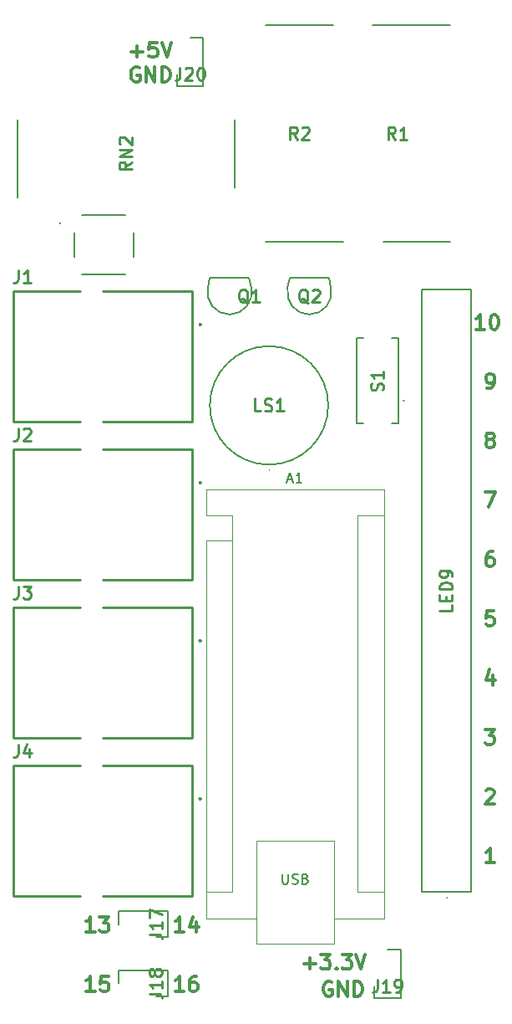
<source format=gbr>
%TF.GenerationSoftware,KiCad,Pcbnew,8.0.6*%
%TF.CreationDate,2025-03-26T20:42:54-04:00*%
%TF.ProjectId,buzzCatcher,62757a7a-4361-4746-9368-65722e6b6963,rev?*%
%TF.SameCoordinates,Original*%
%TF.FileFunction,Legend,Top*%
%TF.FilePolarity,Positive*%
%FSLAX46Y46*%
G04 Gerber Fmt 4.6, Leading zero omitted, Abs format (unit mm)*
G04 Created by KiCad (PCBNEW 8.0.6) date 2025-03-26 20:42:54*
%MOMM*%
%LPD*%
G01*
G04 APERTURE LIST*
%ADD10C,0.300000*%
%ADD11C,0.254000*%
%ADD12C,0.150000*%
%ADD13C,0.200000*%
%ADD14C,0.120000*%
%ADD15C,0.100000*%
G04 APERTURE END LIST*
D10*
X101911653Y-120300828D02*
X102840225Y-120300828D01*
X102840225Y-120300828D02*
X102340225Y-120872257D01*
X102340225Y-120872257D02*
X102554510Y-120872257D01*
X102554510Y-120872257D02*
X102697368Y-120943685D01*
X102697368Y-120943685D02*
X102768796Y-121015114D01*
X102768796Y-121015114D02*
X102840225Y-121157971D01*
X102840225Y-121157971D02*
X102840225Y-121515114D01*
X102840225Y-121515114D02*
X102768796Y-121657971D01*
X102768796Y-121657971D02*
X102697368Y-121729400D01*
X102697368Y-121729400D02*
X102554510Y-121800828D01*
X102554510Y-121800828D02*
X102125939Y-121800828D01*
X102125939Y-121800828D02*
X101983082Y-121729400D01*
X101983082Y-121729400D02*
X101911653Y-121657971D01*
X102840225Y-133800828D02*
X101983082Y-133800828D01*
X102411653Y-133800828D02*
X102411653Y-132300828D01*
X102411653Y-132300828D02*
X102268796Y-132515114D01*
X102268796Y-132515114D02*
X102125939Y-132657971D01*
X102125939Y-132657971D02*
X101983082Y-132729400D01*
X102125939Y-85800828D02*
X102411653Y-85800828D01*
X102411653Y-85800828D02*
X102554510Y-85729400D01*
X102554510Y-85729400D02*
X102625939Y-85657971D01*
X102625939Y-85657971D02*
X102768796Y-85443685D01*
X102768796Y-85443685D02*
X102840225Y-85157971D01*
X102840225Y-85157971D02*
X102840225Y-84586542D01*
X102840225Y-84586542D02*
X102768796Y-84443685D01*
X102768796Y-84443685D02*
X102697368Y-84372257D01*
X102697368Y-84372257D02*
X102554510Y-84300828D01*
X102554510Y-84300828D02*
X102268796Y-84300828D01*
X102268796Y-84300828D02*
X102125939Y-84372257D01*
X102125939Y-84372257D02*
X102054510Y-84443685D01*
X102054510Y-84443685D02*
X101983082Y-84586542D01*
X101983082Y-84586542D02*
X101983082Y-84943685D01*
X101983082Y-84943685D02*
X102054510Y-85086542D01*
X102054510Y-85086542D02*
X102125939Y-85157971D01*
X102125939Y-85157971D02*
X102268796Y-85229400D01*
X102268796Y-85229400D02*
X102554510Y-85229400D01*
X102554510Y-85229400D02*
X102697368Y-85157971D01*
X102697368Y-85157971D02*
X102768796Y-85086542D01*
X102768796Y-85086542D02*
X102840225Y-84943685D01*
X62340225Y-146800828D02*
X61483082Y-146800828D01*
X61911653Y-146800828D02*
X61911653Y-145300828D01*
X61911653Y-145300828D02*
X61768796Y-145515114D01*
X61768796Y-145515114D02*
X61625939Y-145657971D01*
X61625939Y-145657971D02*
X61483082Y-145729400D01*
X63697367Y-145300828D02*
X62983081Y-145300828D01*
X62983081Y-145300828D02*
X62911653Y-146015114D01*
X62911653Y-146015114D02*
X62983081Y-145943685D01*
X62983081Y-145943685D02*
X63125939Y-145872257D01*
X63125939Y-145872257D02*
X63483081Y-145872257D01*
X63483081Y-145872257D02*
X63625939Y-145943685D01*
X63625939Y-145943685D02*
X63697367Y-146015114D01*
X63697367Y-146015114D02*
X63768796Y-146157971D01*
X63768796Y-146157971D02*
X63768796Y-146515114D01*
X63768796Y-146515114D02*
X63697367Y-146657971D01*
X63697367Y-146657971D02*
X63625939Y-146729400D01*
X63625939Y-146729400D02*
X63483081Y-146800828D01*
X63483081Y-146800828D02*
X63125939Y-146800828D01*
X63125939Y-146800828D02*
X62983081Y-146729400D01*
X62983081Y-146729400D02*
X62911653Y-146657971D01*
X83554510Y-143979400D02*
X84697368Y-143979400D01*
X84125939Y-144550828D02*
X84125939Y-143407971D01*
X85268796Y-143050828D02*
X86197368Y-143050828D01*
X86197368Y-143050828D02*
X85697368Y-143622257D01*
X85697368Y-143622257D02*
X85911653Y-143622257D01*
X85911653Y-143622257D02*
X86054511Y-143693685D01*
X86054511Y-143693685D02*
X86125939Y-143765114D01*
X86125939Y-143765114D02*
X86197368Y-143907971D01*
X86197368Y-143907971D02*
X86197368Y-144265114D01*
X86197368Y-144265114D02*
X86125939Y-144407971D01*
X86125939Y-144407971D02*
X86054511Y-144479400D01*
X86054511Y-144479400D02*
X85911653Y-144550828D01*
X85911653Y-144550828D02*
X85483082Y-144550828D01*
X85483082Y-144550828D02*
X85340225Y-144479400D01*
X85340225Y-144479400D02*
X85268796Y-144407971D01*
X86840224Y-144407971D02*
X86911653Y-144479400D01*
X86911653Y-144479400D02*
X86840224Y-144550828D01*
X86840224Y-144550828D02*
X86768796Y-144479400D01*
X86768796Y-144479400D02*
X86840224Y-144407971D01*
X86840224Y-144407971D02*
X86840224Y-144550828D01*
X87411653Y-143050828D02*
X88340225Y-143050828D01*
X88340225Y-143050828D02*
X87840225Y-143622257D01*
X87840225Y-143622257D02*
X88054510Y-143622257D01*
X88054510Y-143622257D02*
X88197368Y-143693685D01*
X88197368Y-143693685D02*
X88268796Y-143765114D01*
X88268796Y-143765114D02*
X88340225Y-143907971D01*
X88340225Y-143907971D02*
X88340225Y-144265114D01*
X88340225Y-144265114D02*
X88268796Y-144407971D01*
X88268796Y-144407971D02*
X88197368Y-144479400D01*
X88197368Y-144479400D02*
X88054510Y-144550828D01*
X88054510Y-144550828D02*
X87625939Y-144550828D01*
X87625939Y-144550828D02*
X87483082Y-144479400D01*
X87483082Y-144479400D02*
X87411653Y-144407971D01*
X88768796Y-143050828D02*
X89268796Y-144550828D01*
X89268796Y-144550828D02*
X89768796Y-143050828D01*
X71340225Y-146800828D02*
X70483082Y-146800828D01*
X70911653Y-146800828D02*
X70911653Y-145300828D01*
X70911653Y-145300828D02*
X70768796Y-145515114D01*
X70768796Y-145515114D02*
X70625939Y-145657971D01*
X70625939Y-145657971D02*
X70483082Y-145729400D01*
X72625939Y-145300828D02*
X72340224Y-145300828D01*
X72340224Y-145300828D02*
X72197367Y-145372257D01*
X72197367Y-145372257D02*
X72125939Y-145443685D01*
X72125939Y-145443685D02*
X71983081Y-145657971D01*
X71983081Y-145657971D02*
X71911653Y-145943685D01*
X71911653Y-145943685D02*
X71911653Y-146515114D01*
X71911653Y-146515114D02*
X71983081Y-146657971D01*
X71983081Y-146657971D02*
X72054510Y-146729400D01*
X72054510Y-146729400D02*
X72197367Y-146800828D01*
X72197367Y-146800828D02*
X72483081Y-146800828D01*
X72483081Y-146800828D02*
X72625939Y-146729400D01*
X72625939Y-146729400D02*
X72697367Y-146657971D01*
X72697367Y-146657971D02*
X72768796Y-146515114D01*
X72768796Y-146515114D02*
X72768796Y-146157971D01*
X72768796Y-146157971D02*
X72697367Y-146015114D01*
X72697367Y-146015114D02*
X72625939Y-145943685D01*
X72625939Y-145943685D02*
X72483081Y-145872257D01*
X72483081Y-145872257D02*
X72197367Y-145872257D01*
X72197367Y-145872257D02*
X72054510Y-145943685D01*
X72054510Y-145943685D02*
X71983081Y-146015114D01*
X71983081Y-146015114D02*
X71911653Y-146157971D01*
X86340225Y-145872257D02*
X86197368Y-145800828D01*
X86197368Y-145800828D02*
X85983082Y-145800828D01*
X85983082Y-145800828D02*
X85768796Y-145872257D01*
X85768796Y-145872257D02*
X85625939Y-146015114D01*
X85625939Y-146015114D02*
X85554510Y-146157971D01*
X85554510Y-146157971D02*
X85483082Y-146443685D01*
X85483082Y-146443685D02*
X85483082Y-146657971D01*
X85483082Y-146657971D02*
X85554510Y-146943685D01*
X85554510Y-146943685D02*
X85625939Y-147086542D01*
X85625939Y-147086542D02*
X85768796Y-147229400D01*
X85768796Y-147229400D02*
X85983082Y-147300828D01*
X85983082Y-147300828D02*
X86125939Y-147300828D01*
X86125939Y-147300828D02*
X86340225Y-147229400D01*
X86340225Y-147229400D02*
X86411653Y-147157971D01*
X86411653Y-147157971D02*
X86411653Y-146657971D01*
X86411653Y-146657971D02*
X86125939Y-146657971D01*
X87054510Y-147300828D02*
X87054510Y-145800828D01*
X87054510Y-145800828D02*
X87911653Y-147300828D01*
X87911653Y-147300828D02*
X87911653Y-145800828D01*
X88625939Y-147300828D02*
X88625939Y-145800828D01*
X88625939Y-145800828D02*
X88983082Y-145800828D01*
X88983082Y-145800828D02*
X89197368Y-145872257D01*
X89197368Y-145872257D02*
X89340225Y-146015114D01*
X89340225Y-146015114D02*
X89411654Y-146157971D01*
X89411654Y-146157971D02*
X89483082Y-146443685D01*
X89483082Y-146443685D02*
X89483082Y-146657971D01*
X89483082Y-146657971D02*
X89411654Y-146943685D01*
X89411654Y-146943685D02*
X89340225Y-147086542D01*
X89340225Y-147086542D02*
X89197368Y-147229400D01*
X89197368Y-147229400D02*
X88983082Y-147300828D01*
X88983082Y-147300828D02*
X88625939Y-147300828D01*
X101911653Y-96300828D02*
X102911653Y-96300828D01*
X102911653Y-96300828D02*
X102268796Y-97800828D01*
X102697368Y-102300828D02*
X102411653Y-102300828D01*
X102411653Y-102300828D02*
X102268796Y-102372257D01*
X102268796Y-102372257D02*
X102197368Y-102443685D01*
X102197368Y-102443685D02*
X102054510Y-102657971D01*
X102054510Y-102657971D02*
X101983082Y-102943685D01*
X101983082Y-102943685D02*
X101983082Y-103515114D01*
X101983082Y-103515114D02*
X102054510Y-103657971D01*
X102054510Y-103657971D02*
X102125939Y-103729400D01*
X102125939Y-103729400D02*
X102268796Y-103800828D01*
X102268796Y-103800828D02*
X102554510Y-103800828D01*
X102554510Y-103800828D02*
X102697368Y-103729400D01*
X102697368Y-103729400D02*
X102768796Y-103657971D01*
X102768796Y-103657971D02*
X102840225Y-103515114D01*
X102840225Y-103515114D02*
X102840225Y-103157971D01*
X102840225Y-103157971D02*
X102768796Y-103015114D01*
X102768796Y-103015114D02*
X102697368Y-102943685D01*
X102697368Y-102943685D02*
X102554510Y-102872257D01*
X102554510Y-102872257D02*
X102268796Y-102872257D01*
X102268796Y-102872257D02*
X102125939Y-102943685D01*
X102125939Y-102943685D02*
X102054510Y-103015114D01*
X102054510Y-103015114D02*
X101983082Y-103157971D01*
X62340225Y-140800828D02*
X61483082Y-140800828D01*
X61911653Y-140800828D02*
X61911653Y-139300828D01*
X61911653Y-139300828D02*
X61768796Y-139515114D01*
X61768796Y-139515114D02*
X61625939Y-139657971D01*
X61625939Y-139657971D02*
X61483082Y-139729400D01*
X62840224Y-139300828D02*
X63768796Y-139300828D01*
X63768796Y-139300828D02*
X63268796Y-139872257D01*
X63268796Y-139872257D02*
X63483081Y-139872257D01*
X63483081Y-139872257D02*
X63625939Y-139943685D01*
X63625939Y-139943685D02*
X63697367Y-140015114D01*
X63697367Y-140015114D02*
X63768796Y-140157971D01*
X63768796Y-140157971D02*
X63768796Y-140515114D01*
X63768796Y-140515114D02*
X63697367Y-140657971D01*
X63697367Y-140657971D02*
X63625939Y-140729400D01*
X63625939Y-140729400D02*
X63483081Y-140800828D01*
X63483081Y-140800828D02*
X63054510Y-140800828D01*
X63054510Y-140800828D02*
X62911653Y-140729400D01*
X62911653Y-140729400D02*
X62840224Y-140657971D01*
X101983082Y-126443685D02*
X102054510Y-126372257D01*
X102054510Y-126372257D02*
X102197368Y-126300828D01*
X102197368Y-126300828D02*
X102554510Y-126300828D01*
X102554510Y-126300828D02*
X102697368Y-126372257D01*
X102697368Y-126372257D02*
X102768796Y-126443685D01*
X102768796Y-126443685D02*
X102840225Y-126586542D01*
X102840225Y-126586542D02*
X102840225Y-126729400D01*
X102840225Y-126729400D02*
X102768796Y-126943685D01*
X102768796Y-126943685D02*
X101911653Y-127800828D01*
X101911653Y-127800828D02*
X102840225Y-127800828D01*
X102697368Y-114800828D02*
X102697368Y-115800828D01*
X102340225Y-114229400D02*
X101983082Y-115300828D01*
X101983082Y-115300828D02*
X102911653Y-115300828D01*
X66054512Y-51689396D02*
X67197370Y-51689396D01*
X66625941Y-52260824D02*
X66625941Y-51117967D01*
X68625941Y-50760824D02*
X67911655Y-50760824D01*
X67911655Y-50760824D02*
X67840227Y-51475110D01*
X67840227Y-51475110D02*
X67911655Y-51403681D01*
X67911655Y-51403681D02*
X68054513Y-51332253D01*
X68054513Y-51332253D02*
X68411655Y-51332253D01*
X68411655Y-51332253D02*
X68554513Y-51403681D01*
X68554513Y-51403681D02*
X68625941Y-51475110D01*
X68625941Y-51475110D02*
X68697370Y-51617967D01*
X68697370Y-51617967D02*
X68697370Y-51975110D01*
X68697370Y-51975110D02*
X68625941Y-52117967D01*
X68625941Y-52117967D02*
X68554513Y-52189396D01*
X68554513Y-52189396D02*
X68411655Y-52260824D01*
X68411655Y-52260824D02*
X68054513Y-52260824D01*
X68054513Y-52260824D02*
X67911655Y-52189396D01*
X67911655Y-52189396D02*
X67840227Y-52117967D01*
X69125941Y-50760824D02*
X69625941Y-52260824D01*
X69625941Y-52260824D02*
X70125941Y-50760824D01*
X102768796Y-108300828D02*
X102054510Y-108300828D01*
X102054510Y-108300828D02*
X101983082Y-109015114D01*
X101983082Y-109015114D02*
X102054510Y-108943685D01*
X102054510Y-108943685D02*
X102197368Y-108872257D01*
X102197368Y-108872257D02*
X102554510Y-108872257D01*
X102554510Y-108872257D02*
X102697368Y-108943685D01*
X102697368Y-108943685D02*
X102768796Y-109015114D01*
X102768796Y-109015114D02*
X102840225Y-109157971D01*
X102840225Y-109157971D02*
X102840225Y-109515114D01*
X102840225Y-109515114D02*
X102768796Y-109657971D01*
X102768796Y-109657971D02*
X102697368Y-109729400D01*
X102697368Y-109729400D02*
X102554510Y-109800828D01*
X102554510Y-109800828D02*
X102197368Y-109800828D01*
X102197368Y-109800828D02*
X102054510Y-109729400D01*
X102054510Y-109729400D02*
X101983082Y-109657971D01*
X101840225Y-79800828D02*
X100983082Y-79800828D01*
X101411653Y-79800828D02*
X101411653Y-78300828D01*
X101411653Y-78300828D02*
X101268796Y-78515114D01*
X101268796Y-78515114D02*
X101125939Y-78657971D01*
X101125939Y-78657971D02*
X100983082Y-78729400D01*
X102768796Y-78300828D02*
X102911653Y-78300828D01*
X102911653Y-78300828D02*
X103054510Y-78372257D01*
X103054510Y-78372257D02*
X103125939Y-78443685D01*
X103125939Y-78443685D02*
X103197367Y-78586542D01*
X103197367Y-78586542D02*
X103268796Y-78872257D01*
X103268796Y-78872257D02*
X103268796Y-79229400D01*
X103268796Y-79229400D02*
X103197367Y-79515114D01*
X103197367Y-79515114D02*
X103125939Y-79657971D01*
X103125939Y-79657971D02*
X103054510Y-79729400D01*
X103054510Y-79729400D02*
X102911653Y-79800828D01*
X102911653Y-79800828D02*
X102768796Y-79800828D01*
X102768796Y-79800828D02*
X102625939Y-79729400D01*
X102625939Y-79729400D02*
X102554510Y-79657971D01*
X102554510Y-79657971D02*
X102483081Y-79515114D01*
X102483081Y-79515114D02*
X102411653Y-79229400D01*
X102411653Y-79229400D02*
X102411653Y-78872257D01*
X102411653Y-78872257D02*
X102483081Y-78586542D01*
X102483081Y-78586542D02*
X102554510Y-78443685D01*
X102554510Y-78443685D02*
X102625939Y-78372257D01*
X102625939Y-78372257D02*
X102768796Y-78300828D01*
X66840227Y-53332253D02*
X66697370Y-53260824D01*
X66697370Y-53260824D02*
X66483084Y-53260824D01*
X66483084Y-53260824D02*
X66268798Y-53332253D01*
X66268798Y-53332253D02*
X66125941Y-53475110D01*
X66125941Y-53475110D02*
X66054512Y-53617967D01*
X66054512Y-53617967D02*
X65983084Y-53903681D01*
X65983084Y-53903681D02*
X65983084Y-54117967D01*
X65983084Y-54117967D02*
X66054512Y-54403681D01*
X66054512Y-54403681D02*
X66125941Y-54546538D01*
X66125941Y-54546538D02*
X66268798Y-54689396D01*
X66268798Y-54689396D02*
X66483084Y-54760824D01*
X66483084Y-54760824D02*
X66625941Y-54760824D01*
X66625941Y-54760824D02*
X66840227Y-54689396D01*
X66840227Y-54689396D02*
X66911655Y-54617967D01*
X66911655Y-54617967D02*
X66911655Y-54117967D01*
X66911655Y-54117967D02*
X66625941Y-54117967D01*
X67554512Y-54760824D02*
X67554512Y-53260824D01*
X67554512Y-53260824D02*
X68411655Y-54760824D01*
X68411655Y-54760824D02*
X68411655Y-53260824D01*
X69125941Y-54760824D02*
X69125941Y-53260824D01*
X69125941Y-53260824D02*
X69483084Y-53260824D01*
X69483084Y-53260824D02*
X69697370Y-53332253D01*
X69697370Y-53332253D02*
X69840227Y-53475110D01*
X69840227Y-53475110D02*
X69911656Y-53617967D01*
X69911656Y-53617967D02*
X69983084Y-53903681D01*
X69983084Y-53903681D02*
X69983084Y-54117967D01*
X69983084Y-54117967D02*
X69911656Y-54403681D01*
X69911656Y-54403681D02*
X69840227Y-54546538D01*
X69840227Y-54546538D02*
X69697370Y-54689396D01*
X69697370Y-54689396D02*
X69483084Y-54760824D01*
X69483084Y-54760824D02*
X69125941Y-54760824D01*
X102268796Y-90943685D02*
X102125939Y-90872257D01*
X102125939Y-90872257D02*
X102054510Y-90800828D01*
X102054510Y-90800828D02*
X101983082Y-90657971D01*
X101983082Y-90657971D02*
X101983082Y-90586542D01*
X101983082Y-90586542D02*
X102054510Y-90443685D01*
X102054510Y-90443685D02*
X102125939Y-90372257D01*
X102125939Y-90372257D02*
X102268796Y-90300828D01*
X102268796Y-90300828D02*
X102554510Y-90300828D01*
X102554510Y-90300828D02*
X102697368Y-90372257D01*
X102697368Y-90372257D02*
X102768796Y-90443685D01*
X102768796Y-90443685D02*
X102840225Y-90586542D01*
X102840225Y-90586542D02*
X102840225Y-90657971D01*
X102840225Y-90657971D02*
X102768796Y-90800828D01*
X102768796Y-90800828D02*
X102697368Y-90872257D01*
X102697368Y-90872257D02*
X102554510Y-90943685D01*
X102554510Y-90943685D02*
X102268796Y-90943685D01*
X102268796Y-90943685D02*
X102125939Y-91015114D01*
X102125939Y-91015114D02*
X102054510Y-91086542D01*
X102054510Y-91086542D02*
X101983082Y-91229400D01*
X101983082Y-91229400D02*
X101983082Y-91515114D01*
X101983082Y-91515114D02*
X102054510Y-91657971D01*
X102054510Y-91657971D02*
X102125939Y-91729400D01*
X102125939Y-91729400D02*
X102268796Y-91800828D01*
X102268796Y-91800828D02*
X102554510Y-91800828D01*
X102554510Y-91800828D02*
X102697368Y-91729400D01*
X102697368Y-91729400D02*
X102768796Y-91657971D01*
X102768796Y-91657971D02*
X102840225Y-91515114D01*
X102840225Y-91515114D02*
X102840225Y-91229400D01*
X102840225Y-91229400D02*
X102768796Y-91086542D01*
X102768796Y-91086542D02*
X102697368Y-91015114D01*
X102697368Y-91015114D02*
X102554510Y-90943685D01*
X71340225Y-140800828D02*
X70483082Y-140800828D01*
X70911653Y-140800828D02*
X70911653Y-139300828D01*
X70911653Y-139300828D02*
X70768796Y-139515114D01*
X70768796Y-139515114D02*
X70625939Y-139657971D01*
X70625939Y-139657971D02*
X70483082Y-139729400D01*
X72625939Y-139800828D02*
X72625939Y-140800828D01*
X72268796Y-139229400D02*
X71911653Y-140300828D01*
X71911653Y-140300828D02*
X72840224Y-140300828D01*
D11*
X54576667Y-73804318D02*
X54576667Y-74711461D01*
X54576667Y-74711461D02*
X54516190Y-74892889D01*
X54516190Y-74892889D02*
X54395238Y-75013842D01*
X54395238Y-75013842D02*
X54213809Y-75074318D01*
X54213809Y-75074318D02*
X54092857Y-75074318D01*
X55846667Y-75074318D02*
X55120952Y-75074318D01*
X55483809Y-75074318D02*
X55483809Y-73804318D01*
X55483809Y-73804318D02*
X55362857Y-73985746D01*
X55362857Y-73985746D02*
X55241905Y-74106699D01*
X55241905Y-74106699D02*
X55120952Y-74167175D01*
X77879046Y-77153269D02*
X77758094Y-77092793D01*
X77758094Y-77092793D02*
X77637141Y-76971841D01*
X77637141Y-76971841D02*
X77455713Y-76790412D01*
X77455713Y-76790412D02*
X77334760Y-76729936D01*
X77334760Y-76729936D02*
X77213808Y-76729936D01*
X77274284Y-77032317D02*
X77153332Y-76971841D01*
X77153332Y-76971841D02*
X77032379Y-76850888D01*
X77032379Y-76850888D02*
X76971903Y-76608983D01*
X76971903Y-76608983D02*
X76971903Y-76185650D01*
X76971903Y-76185650D02*
X77032379Y-75943745D01*
X77032379Y-75943745D02*
X77153332Y-75822793D01*
X77153332Y-75822793D02*
X77274284Y-75762317D01*
X77274284Y-75762317D02*
X77516189Y-75762317D01*
X77516189Y-75762317D02*
X77637141Y-75822793D01*
X77637141Y-75822793D02*
X77758094Y-75943745D01*
X77758094Y-75943745D02*
X77818570Y-76185650D01*
X77818570Y-76185650D02*
X77818570Y-76608983D01*
X77818570Y-76608983D02*
X77758094Y-76850888D01*
X77758094Y-76850888D02*
X77637141Y-76971841D01*
X77637141Y-76971841D02*
X77516189Y-77032317D01*
X77516189Y-77032317D02*
X77274284Y-77032317D01*
X79028094Y-77032317D02*
X78302379Y-77032317D01*
X78665236Y-77032317D02*
X78665236Y-75762317D01*
X78665236Y-75762317D02*
X78544284Y-75943745D01*
X78544284Y-75943745D02*
X78423332Y-76064698D01*
X78423332Y-76064698D02*
X78302379Y-76125174D01*
X83966714Y-77153269D02*
X83845762Y-77092793D01*
X83845762Y-77092793D02*
X83724809Y-76971841D01*
X83724809Y-76971841D02*
X83543381Y-76790412D01*
X83543381Y-76790412D02*
X83422428Y-76729936D01*
X83422428Y-76729936D02*
X83301476Y-76729936D01*
X83361952Y-77032317D02*
X83241000Y-76971841D01*
X83241000Y-76971841D02*
X83120047Y-76850888D01*
X83120047Y-76850888D02*
X83059571Y-76608983D01*
X83059571Y-76608983D02*
X83059571Y-76185650D01*
X83059571Y-76185650D02*
X83120047Y-75943745D01*
X83120047Y-75943745D02*
X83241000Y-75822793D01*
X83241000Y-75822793D02*
X83361952Y-75762317D01*
X83361952Y-75762317D02*
X83603857Y-75762317D01*
X83603857Y-75762317D02*
X83724809Y-75822793D01*
X83724809Y-75822793D02*
X83845762Y-75943745D01*
X83845762Y-75943745D02*
X83906238Y-76185650D01*
X83906238Y-76185650D02*
X83906238Y-76608983D01*
X83906238Y-76608983D02*
X83845762Y-76850888D01*
X83845762Y-76850888D02*
X83724809Y-76971841D01*
X83724809Y-76971841D02*
X83603857Y-77032317D01*
X83603857Y-77032317D02*
X83361952Y-77032317D01*
X84390047Y-75883269D02*
X84450523Y-75822793D01*
X84450523Y-75822793D02*
X84571476Y-75762317D01*
X84571476Y-75762317D02*
X84873857Y-75762317D01*
X84873857Y-75762317D02*
X84994809Y-75822793D01*
X84994809Y-75822793D02*
X85055285Y-75883269D01*
X85055285Y-75883269D02*
X85115762Y-76004221D01*
X85115762Y-76004221D02*
X85115762Y-76125174D01*
X85115762Y-76125174D02*
X85055285Y-76306602D01*
X85055285Y-76306602D02*
X84329571Y-77032317D01*
X84329571Y-77032317D02*
X85115762Y-77032317D01*
X90971903Y-145594322D02*
X90971903Y-146501465D01*
X90971903Y-146501465D02*
X90911426Y-146682893D01*
X90911426Y-146682893D02*
X90790474Y-146803846D01*
X90790474Y-146803846D02*
X90609045Y-146864322D01*
X90609045Y-146864322D02*
X90488093Y-146864322D01*
X92241903Y-146864322D02*
X91516188Y-146864322D01*
X91879045Y-146864322D02*
X91879045Y-145594322D01*
X91879045Y-145594322D02*
X91758093Y-145775750D01*
X91758093Y-145775750D02*
X91637141Y-145896703D01*
X91637141Y-145896703D02*
X91516188Y-145957179D01*
X92846665Y-146864322D02*
X93088569Y-146864322D01*
X93088569Y-146864322D02*
X93209522Y-146803846D01*
X93209522Y-146803846D02*
X93269998Y-146743369D01*
X93269998Y-146743369D02*
X93390950Y-146561941D01*
X93390950Y-146561941D02*
X93451427Y-146320036D01*
X93451427Y-146320036D02*
X93451427Y-145836226D01*
X93451427Y-145836226D02*
X93390950Y-145715274D01*
X93390950Y-145715274D02*
X93330474Y-145654798D01*
X93330474Y-145654798D02*
X93209522Y-145594322D01*
X93209522Y-145594322D02*
X92967617Y-145594322D01*
X92967617Y-145594322D02*
X92846665Y-145654798D01*
X92846665Y-145654798D02*
X92786188Y-145715274D01*
X92786188Y-145715274D02*
X92725712Y-145836226D01*
X92725712Y-145836226D02*
X92725712Y-146138607D01*
X92725712Y-146138607D02*
X92786188Y-146259560D01*
X92786188Y-146259560D02*
X92846665Y-146320036D01*
X92846665Y-146320036D02*
X92967617Y-146380512D01*
X92967617Y-146380512D02*
X93209522Y-146380512D01*
X93209522Y-146380512D02*
X93330474Y-146320036D01*
X93330474Y-146320036D02*
X93390950Y-146259560D01*
X93390950Y-146259560D02*
X93451427Y-146138607D01*
D12*
X81905714Y-95009104D02*
X82381904Y-95009104D01*
X81810476Y-95294819D02*
X82143809Y-94294819D01*
X82143809Y-94294819D02*
X82477142Y-95294819D01*
X83334285Y-95294819D02*
X82762857Y-95294819D01*
X83048571Y-95294819D02*
X83048571Y-94294819D01*
X83048571Y-94294819D02*
X82953333Y-94437676D01*
X82953333Y-94437676D02*
X82858095Y-94532914D01*
X82858095Y-94532914D02*
X82762857Y-94580533D01*
X81358095Y-134934819D02*
X81358095Y-135744342D01*
X81358095Y-135744342D02*
X81405714Y-135839580D01*
X81405714Y-135839580D02*
X81453333Y-135887200D01*
X81453333Y-135887200D02*
X81548571Y-135934819D01*
X81548571Y-135934819D02*
X81739047Y-135934819D01*
X81739047Y-135934819D02*
X81834285Y-135887200D01*
X81834285Y-135887200D02*
X81881904Y-135839580D01*
X81881904Y-135839580D02*
X81929523Y-135744342D01*
X81929523Y-135744342D02*
X81929523Y-134934819D01*
X82358095Y-135887200D02*
X82500952Y-135934819D01*
X82500952Y-135934819D02*
X82739047Y-135934819D01*
X82739047Y-135934819D02*
X82834285Y-135887200D01*
X82834285Y-135887200D02*
X82881904Y-135839580D01*
X82881904Y-135839580D02*
X82929523Y-135744342D01*
X82929523Y-135744342D02*
X82929523Y-135649104D01*
X82929523Y-135649104D02*
X82881904Y-135553866D01*
X82881904Y-135553866D02*
X82834285Y-135506247D01*
X82834285Y-135506247D02*
X82739047Y-135458628D01*
X82739047Y-135458628D02*
X82548571Y-135411009D01*
X82548571Y-135411009D02*
X82453333Y-135363390D01*
X82453333Y-135363390D02*
X82405714Y-135315771D01*
X82405714Y-135315771D02*
X82358095Y-135220533D01*
X82358095Y-135220533D02*
X82358095Y-135125295D01*
X82358095Y-135125295D02*
X82405714Y-135030057D01*
X82405714Y-135030057D02*
X82453333Y-134982438D01*
X82453333Y-134982438D02*
X82548571Y-134934819D01*
X82548571Y-134934819D02*
X82786666Y-134934819D01*
X82786666Y-134934819D02*
X82929523Y-134982438D01*
X83691428Y-135411009D02*
X83834285Y-135458628D01*
X83834285Y-135458628D02*
X83881904Y-135506247D01*
X83881904Y-135506247D02*
X83929523Y-135601485D01*
X83929523Y-135601485D02*
X83929523Y-135744342D01*
X83929523Y-135744342D02*
X83881904Y-135839580D01*
X83881904Y-135839580D02*
X83834285Y-135887200D01*
X83834285Y-135887200D02*
X83739047Y-135934819D01*
X83739047Y-135934819D02*
X83358095Y-135934819D01*
X83358095Y-135934819D02*
X83358095Y-134934819D01*
X83358095Y-134934819D02*
X83691428Y-134934819D01*
X83691428Y-134934819D02*
X83786666Y-134982438D01*
X83786666Y-134982438D02*
X83834285Y-135030057D01*
X83834285Y-135030057D02*
X83881904Y-135125295D01*
X83881904Y-135125295D02*
X83881904Y-135220533D01*
X83881904Y-135220533D02*
X83834285Y-135315771D01*
X83834285Y-135315771D02*
X83786666Y-135363390D01*
X83786666Y-135363390D02*
X83691428Y-135411009D01*
X83691428Y-135411009D02*
X83358095Y-135411009D01*
D11*
X92788333Y-60574318D02*
X92364999Y-59969556D01*
X92062618Y-60574318D02*
X92062618Y-59304318D01*
X92062618Y-59304318D02*
X92546428Y-59304318D01*
X92546428Y-59304318D02*
X92667380Y-59364794D01*
X92667380Y-59364794D02*
X92727857Y-59425270D01*
X92727857Y-59425270D02*
X92788333Y-59546222D01*
X92788333Y-59546222D02*
X92788333Y-59727651D01*
X92788333Y-59727651D02*
X92727857Y-59848603D01*
X92727857Y-59848603D02*
X92667380Y-59909080D01*
X92667380Y-59909080D02*
X92546428Y-59969556D01*
X92546428Y-59969556D02*
X92062618Y-59969556D01*
X93997857Y-60574318D02*
X93272142Y-60574318D01*
X93634999Y-60574318D02*
X93634999Y-59304318D01*
X93634999Y-59304318D02*
X93514047Y-59485746D01*
X93514047Y-59485746D02*
X93393095Y-59606699D01*
X93393095Y-59606699D02*
X93272142Y-59667175D01*
X66074318Y-62876904D02*
X65469556Y-63300238D01*
X66074318Y-63602619D02*
X64804318Y-63602619D01*
X64804318Y-63602619D02*
X64804318Y-63118809D01*
X64804318Y-63118809D02*
X64864794Y-62997857D01*
X64864794Y-62997857D02*
X64925270Y-62937380D01*
X64925270Y-62937380D02*
X65046222Y-62876904D01*
X65046222Y-62876904D02*
X65227651Y-62876904D01*
X65227651Y-62876904D02*
X65348603Y-62937380D01*
X65348603Y-62937380D02*
X65409080Y-62997857D01*
X65409080Y-62997857D02*
X65469556Y-63118809D01*
X65469556Y-63118809D02*
X65469556Y-63602619D01*
X66074318Y-62332619D02*
X64804318Y-62332619D01*
X64804318Y-62332619D02*
X66074318Y-61606904D01*
X66074318Y-61606904D02*
X64804318Y-61606904D01*
X64925270Y-61062619D02*
X64864794Y-61002143D01*
X64864794Y-61002143D02*
X64804318Y-60881190D01*
X64804318Y-60881190D02*
X64804318Y-60578809D01*
X64804318Y-60578809D02*
X64864794Y-60457857D01*
X64864794Y-60457857D02*
X64925270Y-60397381D01*
X64925270Y-60397381D02*
X65046222Y-60336904D01*
X65046222Y-60336904D02*
X65167175Y-60336904D01*
X65167175Y-60336904D02*
X65348603Y-60397381D01*
X65348603Y-60397381D02*
X66074318Y-61123095D01*
X66074318Y-61123095D02*
X66074318Y-60336904D01*
X54576667Y-89804318D02*
X54576667Y-90711461D01*
X54576667Y-90711461D02*
X54516190Y-90892889D01*
X54516190Y-90892889D02*
X54395238Y-91013842D01*
X54395238Y-91013842D02*
X54213809Y-91074318D01*
X54213809Y-91074318D02*
X54092857Y-91074318D01*
X55120952Y-89925270D02*
X55181428Y-89864794D01*
X55181428Y-89864794D02*
X55302381Y-89804318D01*
X55302381Y-89804318D02*
X55604762Y-89804318D01*
X55604762Y-89804318D02*
X55725714Y-89864794D01*
X55725714Y-89864794D02*
X55786190Y-89925270D01*
X55786190Y-89925270D02*
X55846667Y-90046222D01*
X55846667Y-90046222D02*
X55846667Y-90167175D01*
X55846667Y-90167175D02*
X55786190Y-90348603D01*
X55786190Y-90348603D02*
X55060476Y-91074318D01*
X55060476Y-91074318D02*
X55846667Y-91074318D01*
X67844319Y-147028095D02*
X68751462Y-147028095D01*
X68751462Y-147028095D02*
X68932890Y-147088572D01*
X68932890Y-147088572D02*
X69053843Y-147209524D01*
X69053843Y-147209524D02*
X69114319Y-147390953D01*
X69114319Y-147390953D02*
X69114319Y-147511905D01*
X69114319Y-145758095D02*
X69114319Y-146483810D01*
X69114319Y-146120953D02*
X67844319Y-146120953D01*
X67844319Y-146120953D02*
X68025747Y-146241905D01*
X68025747Y-146241905D02*
X68146700Y-146362857D01*
X68146700Y-146362857D02*
X68207176Y-146483810D01*
X68388604Y-145032381D02*
X68328128Y-145153333D01*
X68328128Y-145153333D02*
X68267652Y-145213810D01*
X68267652Y-145213810D02*
X68146700Y-145274286D01*
X68146700Y-145274286D02*
X68086223Y-145274286D01*
X68086223Y-145274286D02*
X67965271Y-145213810D01*
X67965271Y-145213810D02*
X67904795Y-145153333D01*
X67904795Y-145153333D02*
X67844319Y-145032381D01*
X67844319Y-145032381D02*
X67844319Y-144790476D01*
X67844319Y-144790476D02*
X67904795Y-144669524D01*
X67904795Y-144669524D02*
X67965271Y-144609048D01*
X67965271Y-144609048D02*
X68086223Y-144548571D01*
X68086223Y-144548571D02*
X68146700Y-144548571D01*
X68146700Y-144548571D02*
X68267652Y-144609048D01*
X68267652Y-144609048D02*
X68328128Y-144669524D01*
X68328128Y-144669524D02*
X68388604Y-144790476D01*
X68388604Y-144790476D02*
X68388604Y-145032381D01*
X68388604Y-145032381D02*
X68449081Y-145153333D01*
X68449081Y-145153333D02*
X68509557Y-145213810D01*
X68509557Y-145213810D02*
X68630509Y-145274286D01*
X68630509Y-145274286D02*
X68872414Y-145274286D01*
X68872414Y-145274286D02*
X68993366Y-145213810D01*
X68993366Y-145213810D02*
X69053843Y-145153333D01*
X69053843Y-145153333D02*
X69114319Y-145032381D01*
X69114319Y-145032381D02*
X69114319Y-144790476D01*
X69114319Y-144790476D02*
X69053843Y-144669524D01*
X69053843Y-144669524D02*
X68993366Y-144609048D01*
X68993366Y-144609048D02*
X68872414Y-144548571D01*
X68872414Y-144548571D02*
X68630509Y-144548571D01*
X68630509Y-144548571D02*
X68509557Y-144609048D01*
X68509557Y-144609048D02*
X68449081Y-144669524D01*
X68449081Y-144669524D02*
X68388604Y-144790476D01*
X54576667Y-105804318D02*
X54576667Y-106711461D01*
X54576667Y-106711461D02*
X54516190Y-106892889D01*
X54516190Y-106892889D02*
X54395238Y-107013842D01*
X54395238Y-107013842D02*
X54213809Y-107074318D01*
X54213809Y-107074318D02*
X54092857Y-107074318D01*
X55060476Y-105804318D02*
X55846667Y-105804318D01*
X55846667Y-105804318D02*
X55423333Y-106288127D01*
X55423333Y-106288127D02*
X55604762Y-106288127D01*
X55604762Y-106288127D02*
X55725714Y-106348603D01*
X55725714Y-106348603D02*
X55786190Y-106409080D01*
X55786190Y-106409080D02*
X55846667Y-106530032D01*
X55846667Y-106530032D02*
X55846667Y-106832413D01*
X55846667Y-106832413D02*
X55786190Y-106953365D01*
X55786190Y-106953365D02*
X55725714Y-107013842D01*
X55725714Y-107013842D02*
X55604762Y-107074318D01*
X55604762Y-107074318D02*
X55241905Y-107074318D01*
X55241905Y-107074318D02*
X55120952Y-107013842D01*
X55120952Y-107013842D02*
X55060476Y-106953365D01*
X91513842Y-85967619D02*
X91574318Y-85786190D01*
X91574318Y-85786190D02*
X91574318Y-85483809D01*
X91574318Y-85483809D02*
X91513842Y-85362857D01*
X91513842Y-85362857D02*
X91453365Y-85302381D01*
X91453365Y-85302381D02*
X91332413Y-85241904D01*
X91332413Y-85241904D02*
X91211461Y-85241904D01*
X91211461Y-85241904D02*
X91090508Y-85302381D01*
X91090508Y-85302381D02*
X91030032Y-85362857D01*
X91030032Y-85362857D02*
X90969556Y-85483809D01*
X90969556Y-85483809D02*
X90909080Y-85725714D01*
X90909080Y-85725714D02*
X90848603Y-85846666D01*
X90848603Y-85846666D02*
X90788127Y-85907143D01*
X90788127Y-85907143D02*
X90667175Y-85967619D01*
X90667175Y-85967619D02*
X90546222Y-85967619D01*
X90546222Y-85967619D02*
X90425270Y-85907143D01*
X90425270Y-85907143D02*
X90364794Y-85846666D01*
X90364794Y-85846666D02*
X90304318Y-85725714D01*
X90304318Y-85725714D02*
X90304318Y-85423333D01*
X90304318Y-85423333D02*
X90364794Y-85241904D01*
X91574318Y-84032380D02*
X91574318Y-84758095D01*
X91574318Y-84395238D02*
X90304318Y-84395238D01*
X90304318Y-84395238D02*
X90485746Y-84516190D01*
X90485746Y-84516190D02*
X90606699Y-84637142D01*
X90606699Y-84637142D02*
X90667175Y-84758095D01*
X70971905Y-53304318D02*
X70971905Y-54211461D01*
X70971905Y-54211461D02*
X70911428Y-54392889D01*
X70911428Y-54392889D02*
X70790476Y-54513842D01*
X70790476Y-54513842D02*
X70609047Y-54574318D01*
X70609047Y-54574318D02*
X70488095Y-54574318D01*
X71516190Y-53425270D02*
X71576666Y-53364794D01*
X71576666Y-53364794D02*
X71697619Y-53304318D01*
X71697619Y-53304318D02*
X72000000Y-53304318D01*
X72000000Y-53304318D02*
X72120952Y-53364794D01*
X72120952Y-53364794D02*
X72181428Y-53425270D01*
X72181428Y-53425270D02*
X72241905Y-53546222D01*
X72241905Y-53546222D02*
X72241905Y-53667175D01*
X72241905Y-53667175D02*
X72181428Y-53848603D01*
X72181428Y-53848603D02*
X71455714Y-54574318D01*
X71455714Y-54574318D02*
X72241905Y-54574318D01*
X73028095Y-53304318D02*
X73149048Y-53304318D01*
X73149048Y-53304318D02*
X73270000Y-53364794D01*
X73270000Y-53364794D02*
X73330476Y-53425270D01*
X73330476Y-53425270D02*
X73390952Y-53546222D01*
X73390952Y-53546222D02*
X73451429Y-53788127D01*
X73451429Y-53788127D02*
X73451429Y-54090508D01*
X73451429Y-54090508D02*
X73390952Y-54332413D01*
X73390952Y-54332413D02*
X73330476Y-54453365D01*
X73330476Y-54453365D02*
X73270000Y-54513842D01*
X73270000Y-54513842D02*
X73149048Y-54574318D01*
X73149048Y-54574318D02*
X73028095Y-54574318D01*
X73028095Y-54574318D02*
X72907143Y-54513842D01*
X72907143Y-54513842D02*
X72846667Y-54453365D01*
X72846667Y-54453365D02*
X72786190Y-54332413D01*
X72786190Y-54332413D02*
X72725714Y-54090508D01*
X72725714Y-54090508D02*
X72725714Y-53788127D01*
X72725714Y-53788127D02*
X72786190Y-53546222D01*
X72786190Y-53546222D02*
X72846667Y-53425270D01*
X72846667Y-53425270D02*
X72907143Y-53364794D01*
X72907143Y-53364794D02*
X73028095Y-53304318D01*
X79183571Y-88074318D02*
X78578809Y-88074318D01*
X78578809Y-88074318D02*
X78578809Y-86804318D01*
X79546428Y-88013842D02*
X79727857Y-88074318D01*
X79727857Y-88074318D02*
X80030238Y-88074318D01*
X80030238Y-88074318D02*
X80151190Y-88013842D01*
X80151190Y-88013842D02*
X80211666Y-87953365D01*
X80211666Y-87953365D02*
X80272143Y-87832413D01*
X80272143Y-87832413D02*
X80272143Y-87711461D01*
X80272143Y-87711461D02*
X80211666Y-87590508D01*
X80211666Y-87590508D02*
X80151190Y-87530032D01*
X80151190Y-87530032D02*
X80030238Y-87469556D01*
X80030238Y-87469556D02*
X79788333Y-87409080D01*
X79788333Y-87409080D02*
X79667381Y-87348603D01*
X79667381Y-87348603D02*
X79606904Y-87288127D01*
X79606904Y-87288127D02*
X79546428Y-87167175D01*
X79546428Y-87167175D02*
X79546428Y-87046222D01*
X79546428Y-87046222D02*
X79606904Y-86925270D01*
X79606904Y-86925270D02*
X79667381Y-86864794D01*
X79667381Y-86864794D02*
X79788333Y-86804318D01*
X79788333Y-86804318D02*
X80090714Y-86804318D01*
X80090714Y-86804318D02*
X80272143Y-86864794D01*
X81481667Y-88074318D02*
X80755952Y-88074318D01*
X81118809Y-88074318D02*
X81118809Y-86804318D01*
X81118809Y-86804318D02*
X80997857Y-86985746D01*
X80997857Y-86985746D02*
X80876905Y-87106699D01*
X80876905Y-87106699D02*
X80755952Y-87167175D01*
X98574318Y-107691190D02*
X98574318Y-108295952D01*
X98574318Y-108295952D02*
X97304318Y-108295952D01*
X97909080Y-107267857D02*
X97909080Y-106844523D01*
X98574318Y-106663095D02*
X98574318Y-107267857D01*
X98574318Y-107267857D02*
X97304318Y-107267857D01*
X97304318Y-107267857D02*
X97304318Y-106663095D01*
X98574318Y-106118809D02*
X97304318Y-106118809D01*
X97304318Y-106118809D02*
X97304318Y-105816428D01*
X97304318Y-105816428D02*
X97364794Y-105634999D01*
X97364794Y-105634999D02*
X97485746Y-105514047D01*
X97485746Y-105514047D02*
X97606699Y-105453570D01*
X97606699Y-105453570D02*
X97848603Y-105393094D01*
X97848603Y-105393094D02*
X98030032Y-105393094D01*
X98030032Y-105393094D02*
X98271937Y-105453570D01*
X98271937Y-105453570D02*
X98392889Y-105514047D01*
X98392889Y-105514047D02*
X98513842Y-105634999D01*
X98513842Y-105634999D02*
X98574318Y-105816428D01*
X98574318Y-105816428D02*
X98574318Y-106118809D01*
X98574318Y-104788332D02*
X98574318Y-104546428D01*
X98574318Y-104546428D02*
X98513842Y-104425475D01*
X98513842Y-104425475D02*
X98453365Y-104364999D01*
X98453365Y-104364999D02*
X98271937Y-104244047D01*
X98271937Y-104244047D02*
X98030032Y-104183570D01*
X98030032Y-104183570D02*
X97546222Y-104183570D01*
X97546222Y-104183570D02*
X97425270Y-104244047D01*
X97425270Y-104244047D02*
X97364794Y-104304523D01*
X97364794Y-104304523D02*
X97304318Y-104425475D01*
X97304318Y-104425475D02*
X97304318Y-104667380D01*
X97304318Y-104667380D02*
X97364794Y-104788332D01*
X97364794Y-104788332D02*
X97425270Y-104848809D01*
X97425270Y-104848809D02*
X97546222Y-104909285D01*
X97546222Y-104909285D02*
X97848603Y-104909285D01*
X97848603Y-104909285D02*
X97969556Y-104848809D01*
X97969556Y-104848809D02*
X98030032Y-104788332D01*
X98030032Y-104788332D02*
X98090508Y-104667380D01*
X98090508Y-104667380D02*
X98090508Y-104425475D01*
X98090508Y-104425475D02*
X98030032Y-104304523D01*
X98030032Y-104304523D02*
X97969556Y-104244047D01*
X97969556Y-104244047D02*
X97848603Y-104183570D01*
X82853333Y-60574318D02*
X82429999Y-59969556D01*
X82127618Y-60574318D02*
X82127618Y-59304318D01*
X82127618Y-59304318D02*
X82611428Y-59304318D01*
X82611428Y-59304318D02*
X82732380Y-59364794D01*
X82732380Y-59364794D02*
X82792857Y-59425270D01*
X82792857Y-59425270D02*
X82853333Y-59546222D01*
X82853333Y-59546222D02*
X82853333Y-59727651D01*
X82853333Y-59727651D02*
X82792857Y-59848603D01*
X82792857Y-59848603D02*
X82732380Y-59909080D01*
X82732380Y-59909080D02*
X82611428Y-59969556D01*
X82611428Y-59969556D02*
X82127618Y-59969556D01*
X83337142Y-59425270D02*
X83397618Y-59364794D01*
X83397618Y-59364794D02*
X83518571Y-59304318D01*
X83518571Y-59304318D02*
X83820952Y-59304318D01*
X83820952Y-59304318D02*
X83941904Y-59364794D01*
X83941904Y-59364794D02*
X84002380Y-59425270D01*
X84002380Y-59425270D02*
X84062857Y-59546222D01*
X84062857Y-59546222D02*
X84062857Y-59667175D01*
X84062857Y-59667175D02*
X84002380Y-59848603D01*
X84002380Y-59848603D02*
X83276666Y-60574318D01*
X83276666Y-60574318D02*
X84062857Y-60574318D01*
X54576667Y-121804318D02*
X54576667Y-122711461D01*
X54576667Y-122711461D02*
X54516190Y-122892889D01*
X54516190Y-122892889D02*
X54395238Y-123013842D01*
X54395238Y-123013842D02*
X54213809Y-123074318D01*
X54213809Y-123074318D02*
X54092857Y-123074318D01*
X55725714Y-122227651D02*
X55725714Y-123074318D01*
X55423333Y-121743842D02*
X55120952Y-122650984D01*
X55120952Y-122650984D02*
X55907143Y-122650984D01*
X67844319Y-141028095D02*
X68751462Y-141028095D01*
X68751462Y-141028095D02*
X68932890Y-141088572D01*
X68932890Y-141088572D02*
X69053843Y-141209524D01*
X69053843Y-141209524D02*
X69114319Y-141390953D01*
X69114319Y-141390953D02*
X69114319Y-141511905D01*
X69114319Y-139758095D02*
X69114319Y-140483810D01*
X69114319Y-140120953D02*
X67844319Y-140120953D01*
X67844319Y-140120953D02*
X68025747Y-140241905D01*
X68025747Y-140241905D02*
X68146700Y-140362857D01*
X68146700Y-140362857D02*
X68207176Y-140483810D01*
X67844319Y-139334762D02*
X67844319Y-138488095D01*
X67844319Y-138488095D02*
X69114319Y-139032381D01*
%TO.C,J1*%
X54119999Y-75975000D02*
X60829999Y-75975000D01*
X54119999Y-89185000D02*
X54119999Y-75975000D01*
X54119999Y-89185000D02*
X60829999Y-89185000D01*
X72219999Y-75975000D02*
X63169999Y-75975000D01*
X72219999Y-75975000D02*
X72219999Y-89185000D01*
X72219999Y-89185000D02*
X63169999Y-89185000D01*
X73125919Y-79325000D02*
G75*
G02*
X72942079Y-79325000I-91920J0D01*
G01*
X72942079Y-79325000D02*
G75*
G02*
X73125919Y-79325000I91920J0D01*
G01*
D13*
%TO.C,Q1*%
X73800000Y-75615999D02*
X74000000Y-74615999D01*
X74000000Y-74615999D02*
X78000000Y-74615999D01*
X78000000Y-74615999D02*
X78200000Y-75615999D01*
X78200000Y-75615999D02*
X78200000Y-75615999D01*
X78200000Y-75615999D02*
G75*
G02*
X73799848Y-75616762I-2200000J-440000D01*
G01*
%TO.C,Q2*%
X81887667Y-75615999D02*
X82087667Y-74615999D01*
X82087667Y-74615999D02*
X86087667Y-74615999D01*
X86087667Y-74615999D02*
X86287667Y-75615999D01*
X86287667Y-75615999D02*
X86287667Y-75615999D01*
X86287667Y-75615999D02*
G75*
G02*
X81887515Y-75616762I-2200000J-440000D01*
G01*
%TO.C,J19*%
X90664998Y-146290004D02*
X90664998Y-147500004D01*
X90664998Y-147500004D02*
X93334998Y-147500004D01*
X93334998Y-147500004D02*
X93335000Y-142540004D01*
X93335000Y-142540004D02*
X91999999Y-142540002D01*
D14*
%TO.C,A1*%
X73600000Y-95980000D02*
X73600000Y-98650000D01*
X73600000Y-101190000D02*
X73600000Y-139420000D01*
X73600000Y-139420000D02*
X78680000Y-139420000D01*
X76270000Y-98650000D02*
X73600000Y-98650000D01*
X76270000Y-101190000D02*
X73600000Y-101190000D01*
X76270000Y-101190000D02*
X76270000Y-98650000D01*
X76270000Y-101190000D02*
X76270000Y-136750000D01*
X76270000Y-136750000D02*
X73600000Y-136750000D01*
X78680000Y-131540000D02*
X86560000Y-131540000D01*
X78680000Y-141960000D02*
X78680000Y-131540000D01*
X86560000Y-131540000D02*
X86560000Y-141960000D01*
X86560000Y-141960000D02*
X78680000Y-141960000D01*
X88970000Y-98650000D02*
X88970000Y-136750000D01*
X88970000Y-98650000D02*
X91640000Y-98650000D01*
X88970000Y-136750000D02*
X91640000Y-136750000D01*
X91640000Y-95980000D02*
X73600000Y-95980000D01*
X91640000Y-139420000D02*
X86560000Y-139420000D01*
X91640000Y-139420000D02*
X91640000Y-95980000D01*
D13*
%TO.C,R1*%
X90521000Y-49015000D02*
X98404999Y-49015001D01*
X91595001Y-70984999D02*
X98405002Y-70985001D01*
%TO.C,RN2*%
X54515002Y-66478999D02*
X54515001Y-58595001D01*
X76484999Y-65404999D02*
X76485000Y-58594999D01*
D11*
%TO.C,J2*%
X54119999Y-91975000D02*
X60829999Y-91975000D01*
X54119999Y-105185000D02*
X54119999Y-91975000D01*
X54119999Y-105185000D02*
X60829999Y-105185000D01*
X72219999Y-91975000D02*
X63169999Y-91975000D01*
X72219999Y-91975000D02*
X72219999Y-105185000D01*
X72219999Y-105185000D02*
X63169999Y-105185000D01*
X73125919Y-95325000D02*
G75*
G02*
X72942079Y-95325000I-91920J0D01*
G01*
X72942079Y-95325000D02*
G75*
G02*
X73125919Y-95325000I91920J0D01*
G01*
D13*
%TO.C,J18*%
X64790001Y-144665000D02*
X64790000Y-146000002D01*
X68540001Y-147335001D02*
X69750001Y-147335001D01*
X69750001Y-144665001D02*
X64790001Y-144665000D01*
X69750001Y-147335001D02*
X69750001Y-144665001D01*
D11*
%TO.C,J3*%
X54119999Y-107975000D02*
X60829999Y-107975000D01*
X54119999Y-121185000D02*
X54119999Y-107975000D01*
X54119999Y-121185000D02*
X60829999Y-121185000D01*
X72219999Y-107975000D02*
X63169999Y-107975000D01*
X72219999Y-107975000D02*
X72219999Y-121185000D01*
X72219999Y-121185000D02*
X63169999Y-121185000D01*
X73125919Y-111325000D02*
G75*
G02*
X72942079Y-111325000I-91920J0D01*
G01*
X72942079Y-111325000D02*
G75*
G02*
X73125919Y-111325000I91920J0D01*
G01*
D13*
%TO.C,S1*%
X88849999Y-80700000D02*
X89599999Y-80700001D01*
X88850000Y-89299999D02*
X88849999Y-80700000D01*
X89600001Y-89300000D02*
X88850000Y-89299999D01*
X92400000Y-89300002D02*
X93149999Y-89299999D01*
X93149999Y-80700000D02*
X92399999Y-80699999D01*
X93149999Y-89299999D02*
X93149999Y-80700000D01*
D15*
X93600001Y-86999999D02*
X93600001Y-86999999D01*
X93700000Y-87000002D02*
X93700000Y-87000002D01*
X93600001Y-86999999D02*
G75*
G02*
X93699999Y-87000002I49999J-6D01*
G01*
X93700000Y-87000002D02*
G75*
G02*
X93600000Y-86999999I-50000J-1D01*
G01*
D13*
%TO.C,J20*%
X70665000Y-54000000D02*
X70665000Y-55210000D01*
X70665000Y-55210000D02*
X73335000Y-55210000D01*
X73335000Y-55210000D02*
X73335002Y-50250000D01*
X73335002Y-50250000D02*
X72000001Y-50249998D01*
%TO.C,LS1*%
X74000000Y-87500000D02*
X74000000Y-87500000D01*
D15*
X80000000Y-94000000D02*
X80000000Y-94000000D01*
X80000000Y-94100000D02*
X80000000Y-94100000D01*
D13*
X86000000Y-87500000D02*
X86000000Y-87500000D01*
X74000000Y-87500000D02*
G75*
G02*
X86000000Y-87500000I6000000J0D01*
G01*
D15*
X80000000Y-94000000D02*
G75*
G02*
X80000000Y-94100000I0J-50000D01*
G01*
X80000000Y-94100000D02*
G75*
G02*
X80000000Y-94000000I0J50000D01*
G01*
D13*
X86000000Y-87500000D02*
G75*
G02*
X74000000Y-87500000I-6000000J0D01*
G01*
%TO.C,LED9*%
X95525000Y-75790000D02*
X100475000Y-75790000D01*
X95525000Y-136750000D02*
X95525000Y-75790000D01*
D15*
X98000000Y-137240000D02*
X98000000Y-137240000D01*
X98000000Y-137340000D02*
X98000000Y-137340000D01*
D13*
X100475000Y-75790000D02*
X100475000Y-136750000D01*
X100475000Y-136750000D02*
X95525000Y-136750000D01*
D15*
X98000000Y-137240000D02*
G75*
G02*
X98000000Y-137340000I0J-50000D01*
G01*
X98000000Y-137340000D02*
G75*
G02*
X98000000Y-137240000I0J50000D01*
G01*
D13*
%TO.C,R2*%
X86469999Y-49015001D02*
X79659998Y-49015000D01*
X87544000Y-70985000D02*
X79660001Y-70984999D01*
D11*
%TO.C,J4*%
X54120000Y-123975000D02*
X60830000Y-123975000D01*
X54120000Y-137185000D02*
X54120000Y-123975000D01*
X54120000Y-137185000D02*
X60830000Y-137185000D01*
X72220000Y-123975000D02*
X63170000Y-123975000D01*
X72220000Y-123975000D02*
X72220000Y-137185000D01*
X72220000Y-137185000D02*
X63170000Y-137185000D01*
X73125920Y-127325000D02*
G75*
G02*
X72942080Y-127325000I-91920J0D01*
G01*
X72942080Y-127325000D02*
G75*
G02*
X73125920Y-127325000I91920J0D01*
G01*
D15*
%TO.C,IC1*%
X58750000Y-69050000D02*
X58750000Y-69050000D01*
X58850000Y-69050000D02*
X58850000Y-69050000D01*
D13*
X60250000Y-70050000D02*
X60250000Y-72450000D01*
X61050000Y-68250000D02*
X65450000Y-68250000D01*
X61050000Y-74250000D02*
X65450000Y-74250000D01*
X66250000Y-70050000D02*
X66250000Y-72450000D01*
D15*
X58750000Y-69050000D02*
G75*
G02*
X58850000Y-69050000I50000J0D01*
G01*
X58850000Y-69050000D02*
G75*
G02*
X58750000Y-69050000I-50000J0D01*
G01*
D13*
%TO.C,J17*%
X64790001Y-138665000D02*
X64790000Y-140000002D01*
X68540001Y-141335001D02*
X69750001Y-141335001D01*
X69750001Y-138665001D02*
X64790001Y-138665000D01*
X69750001Y-141335001D02*
X69750001Y-138665001D01*
%TD*%
M02*

</source>
